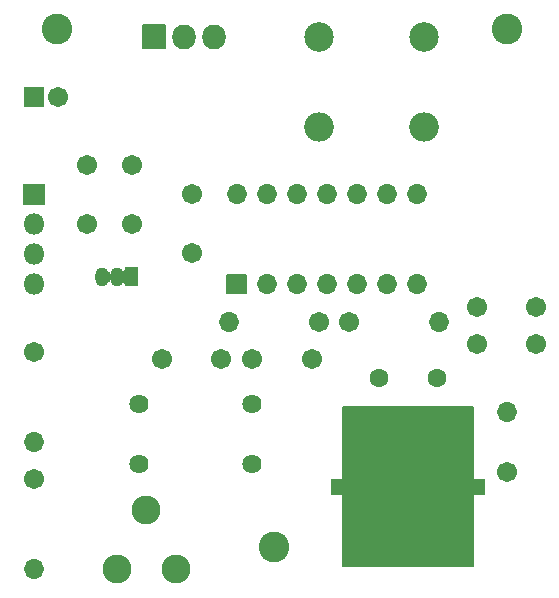
<source format=gts>
G04 #@! TF.GenerationSoftware,KiCad,Pcbnew,5.1.9+dfsg1-1*
G04 #@! TF.CreationDate,2022-09-10T10:34:51-05:00*
G04 #@! TF.ProjectId,RockSolid,526f636b-536f-46c6-9964-2e6b69636164,rev?*
G04 #@! TF.SameCoordinates,Original*
G04 #@! TF.FileFunction,Soldermask,Top*
G04 #@! TF.FilePolarity,Negative*
%FSLAX46Y46*%
G04 Gerber Fmt 4.6, Leading zero omitted, Abs format (unit mm)*
G04 Created by KiCad (PCBNEW 5.1.9+dfsg1-1) date 2022-09-10 10:34:51*
%MOMM*%
%LPD*%
G01*
G04 APERTURE LIST*
%ADD10O,1.702000X1.702000*%
%ADD11C,1.702000*%
%ADD12O,2.502000X2.502000*%
%ADD13C,2.502000*%
%ADD14C,2.602000*%
%ADD15C,1.602000*%
%ADD16C,1.626000*%
%ADD17O,2.007000X2.102000*%
%ADD18O,1.152000X1.602000*%
%ADD19C,2.442000*%
%ADD20O,1.802000X1.802000*%
%ADD21C,0.127000*%
G04 APERTURE END LIST*
D10*
X72390000Y-83820000D03*
D11*
X72390000Y-76200000D03*
X74390000Y-54610000D03*
G36*
G01*
X71539000Y-55410000D02*
X71539000Y-53810000D01*
G75*
G02*
X71590000Y-53759000I51000J0D01*
G01*
X73190000Y-53759000D01*
G75*
G02*
X73241000Y-53810000I0J-51000D01*
G01*
X73241000Y-55410000D01*
G75*
G02*
X73190000Y-55461000I-51000J0D01*
G01*
X71590000Y-55461000D01*
G75*
G02*
X71539000Y-55410000I0J51000D01*
G01*
G37*
D10*
X72390000Y-94615000D03*
D11*
X72390000Y-86995000D03*
D12*
X96520000Y-57150000D03*
D13*
X96520000Y-49530000D03*
D12*
X105410000Y-57150000D03*
D13*
X105410000Y-49530000D03*
D14*
X92710000Y-92710000D03*
X112395000Y-48895000D03*
X74295000Y-48895000D03*
D10*
X106680000Y-73660000D03*
D11*
X99060000Y-73660000D03*
X96520000Y-73660000D03*
D10*
X88900000Y-73660000D03*
D11*
X76835000Y-60405000D03*
X76835000Y-65405000D03*
X80645000Y-65405000D03*
X80645000Y-60405000D03*
X85725000Y-67865000D03*
X85725000Y-62865000D03*
X109855000Y-75565000D03*
X114855000Y-75565000D03*
X90885000Y-76835000D03*
X95885000Y-76835000D03*
X83185000Y-76835000D03*
X88185000Y-76835000D03*
X109855000Y-72390000D03*
X114855000Y-72390000D03*
D15*
X101600000Y-78380000D03*
X106500000Y-78380000D03*
G36*
G01*
X98499000Y-94380000D02*
X98499000Y-80880000D01*
G75*
G02*
X98550000Y-80829000I51000J0D01*
G01*
X109550000Y-80829000D01*
G75*
G02*
X109601000Y-80880000I0J-51000D01*
G01*
X109601000Y-94380000D01*
G75*
G02*
X109550000Y-94431000I-51000J0D01*
G01*
X98550000Y-94431000D01*
G75*
G02*
X98499000Y-94380000I0J51000D01*
G01*
G37*
G36*
G01*
X97499000Y-88230001D02*
X97499000Y-87029999D01*
G75*
G02*
X97549999Y-86979000I50999J0D01*
G01*
X98750001Y-86979000D01*
G75*
G02*
X98801000Y-87029999I0J-50999D01*
G01*
X98801000Y-88230001D01*
G75*
G02*
X98750001Y-88281000I-50999J0D01*
G01*
X97549999Y-88281000D01*
G75*
G02*
X97499000Y-88230001I0J50999D01*
G01*
G37*
G36*
G01*
X109299000Y-88230001D02*
X109299000Y-87029999D01*
G75*
G02*
X109349999Y-86979000I50999J0D01*
G01*
X110550001Y-86979000D01*
G75*
G02*
X110601000Y-87029999I0J-50999D01*
G01*
X110601000Y-88230001D01*
G75*
G02*
X110550001Y-88281000I-50999J0D01*
G01*
X109349999Y-88281000D01*
G75*
G02*
X109299000Y-88230001I0J50999D01*
G01*
G37*
D16*
X90805000Y-85725000D03*
X90805000Y-80645000D03*
X81280000Y-80645000D03*
X81280000Y-85725000D03*
G36*
G01*
X90335000Y-71336000D02*
X88735000Y-71336000D01*
G75*
G02*
X88684000Y-71285000I0J51000D01*
G01*
X88684000Y-69685000D01*
G75*
G02*
X88735000Y-69634000I51000J0D01*
G01*
X90335000Y-69634000D01*
G75*
G02*
X90386000Y-69685000I0J-51000D01*
G01*
X90386000Y-71285000D01*
G75*
G02*
X90335000Y-71336000I-51000J0D01*
G01*
G37*
D10*
X104775000Y-62865000D03*
X92075000Y-70485000D03*
X102235000Y-62865000D03*
X94615000Y-70485000D03*
X99695000Y-62865000D03*
X97155000Y-70485000D03*
X97155000Y-62865000D03*
X99695000Y-70485000D03*
X94615000Y-62865000D03*
X102235000Y-70485000D03*
X92075000Y-62865000D03*
X104775000Y-70485000D03*
X89535000Y-62865000D03*
G36*
G01*
X81546500Y-50530000D02*
X81546500Y-48530000D01*
G75*
G02*
X81597500Y-48479000I51000J0D01*
G01*
X83502500Y-48479000D01*
G75*
G02*
X83553500Y-48530000I0J-51000D01*
G01*
X83553500Y-50530000D01*
G75*
G02*
X83502500Y-50581000I-51000J0D01*
G01*
X81597500Y-50581000D01*
G75*
G02*
X81546500Y-50530000I0J51000D01*
G01*
G37*
D17*
X85090000Y-49530000D03*
X87630000Y-49530000D03*
D18*
X79375000Y-69850000D03*
X78105000Y-69850000D03*
G36*
G01*
X81221000Y-69100000D02*
X81221000Y-70600000D01*
G75*
G02*
X81170000Y-70651000I-51000J0D01*
G01*
X80120000Y-70651000D01*
G75*
G02*
X80069000Y-70600000I0J51000D01*
G01*
X80069000Y-69100000D01*
G75*
G02*
X80120000Y-69049000I51000J0D01*
G01*
X81170000Y-69049000D01*
G75*
G02*
X81221000Y-69100000I0J-51000D01*
G01*
G37*
D19*
X84375000Y-94615000D03*
X81875000Y-89615000D03*
X79375000Y-94615000D03*
D11*
X112395000Y-86360000D03*
D10*
X112395000Y-81280000D03*
G36*
G01*
X71489000Y-63715000D02*
X71489000Y-62015000D01*
G75*
G02*
X71540000Y-61964000I51000J0D01*
G01*
X73240000Y-61964000D01*
G75*
G02*
X73291000Y-62015000I0J-51000D01*
G01*
X73291000Y-63715000D01*
G75*
G02*
X73240000Y-63766000I-51000J0D01*
G01*
X71540000Y-63766000D01*
G75*
G02*
X71489000Y-63715000I0J51000D01*
G01*
G37*
D20*
X72390000Y-65405000D03*
X72390000Y-67945000D03*
X72390000Y-70485000D03*
D21*
G36*
X80070084Y-69216979D02*
G01*
X80071000Y-69218660D01*
X80071000Y-70481340D01*
X80070000Y-70483072D01*
X80068000Y-70483072D01*
X80067010Y-70481536D01*
X80064628Y-70457349D01*
X80057628Y-70434274D01*
X80046263Y-70413010D01*
X80030968Y-70394373D01*
X80012331Y-70379078D01*
X79991067Y-70367713D01*
X79967992Y-70360713D01*
X79944001Y-70358350D01*
X79920010Y-70360713D01*
X79896935Y-70367713D01*
X79875715Y-70379055D01*
X79851757Y-70400769D01*
X79849802Y-70401191D01*
X79848459Y-70399709D01*
X79848868Y-70398018D01*
X79852255Y-70393892D01*
X79905298Y-70294657D01*
X79937962Y-70186977D01*
X79949000Y-70074906D01*
X79949000Y-69625095D01*
X79937962Y-69513023D01*
X79905298Y-69405343D01*
X79852255Y-69306108D01*
X79850170Y-69303568D01*
X79849844Y-69301594D01*
X79851390Y-69300326D01*
X79853130Y-69300885D01*
X79865976Y-69313731D01*
X79886024Y-69327126D01*
X79908297Y-69336353D01*
X79931948Y-69341057D01*
X79956054Y-69341057D01*
X79979704Y-69336353D01*
X80001978Y-69327126D01*
X80022025Y-69313732D01*
X80039072Y-69296685D01*
X80052467Y-69276637D01*
X80061694Y-69254364D01*
X80066407Y-69230667D01*
X80067002Y-69218562D01*
X80068086Y-69216881D01*
X80070084Y-69216979D01*
G37*
G36*
X78634836Y-69396013D02*
G01*
X78644929Y-69411118D01*
X78661976Y-69428165D01*
X78682024Y-69441560D01*
X78704298Y-69450786D01*
X78727948Y-69455490D01*
X78752054Y-69455490D01*
X78775704Y-69450785D01*
X78797978Y-69441559D01*
X78818025Y-69428164D01*
X78835072Y-69411117D01*
X78845164Y-69396013D01*
X78846958Y-69395128D01*
X78848621Y-69396239D01*
X78848591Y-69398067D01*
X78844702Y-69405343D01*
X78812038Y-69513023D01*
X78801000Y-69625094D01*
X78801000Y-70074906D01*
X78812038Y-70186976D01*
X78844702Y-70294656D01*
X78848591Y-70301932D01*
X78848525Y-70303931D01*
X78846762Y-70304874D01*
X78845164Y-70303986D01*
X78835071Y-70288881D01*
X78818024Y-70271834D01*
X78797976Y-70258439D01*
X78775702Y-70249213D01*
X78752052Y-70244509D01*
X78727946Y-70244509D01*
X78704296Y-70249214D01*
X78682022Y-70258440D01*
X78661975Y-70271835D01*
X78644928Y-70288882D01*
X78634839Y-70303982D01*
X78633045Y-70304867D01*
X78631382Y-70303756D01*
X78631412Y-70301928D01*
X78635298Y-70294657D01*
X78667962Y-70186977D01*
X78679000Y-70074906D01*
X78679000Y-69625095D01*
X78667962Y-69513023D01*
X78635298Y-69405343D01*
X78631409Y-69398067D01*
X78631475Y-69396068D01*
X78633238Y-69395125D01*
X78634836Y-69396013D01*
G37*
M02*

</source>
